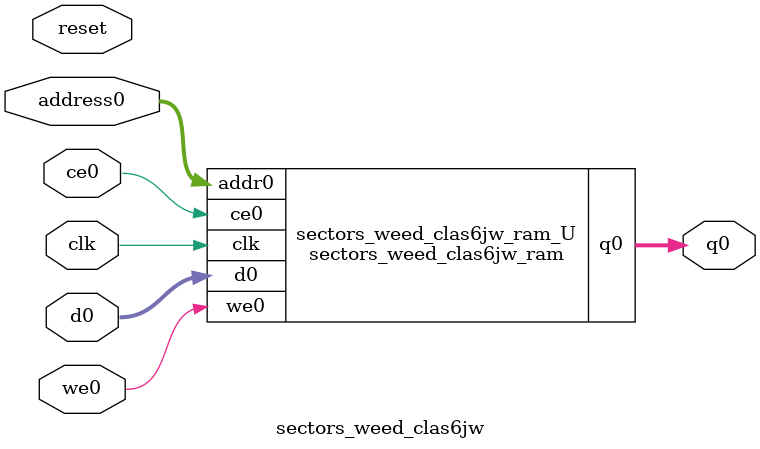
<source format=v>
`timescale 1 ns / 1 ps
module sectors_weed_clas6jw_ram (addr0, ce0, d0, we0, q0,  clk);

parameter DWIDTH = 16;
parameter AWIDTH = 3;
parameter MEM_SIZE = 5;

input[AWIDTH-1:0] addr0;
input ce0;
input[DWIDTH-1:0] d0;
input we0;
output reg[DWIDTH-1:0] q0;
input clk;

(* ram_style = "distributed" *)reg [DWIDTH-1:0] ram[0:MEM_SIZE-1];




always @(posedge clk)  
begin 
    if (ce0) begin
        if (we0) 
            ram[addr0] <= d0; 
        q0 <= ram[addr0];
    end
end


endmodule

`timescale 1 ns / 1 ps
module sectors_weed_clas6jw(
    reset,
    clk,
    address0,
    ce0,
    we0,
    d0,
    q0);

parameter DataWidth = 32'd16;
parameter AddressRange = 32'd5;
parameter AddressWidth = 32'd3;
input reset;
input clk;
input[AddressWidth - 1:0] address0;
input ce0;
input we0;
input[DataWidth - 1:0] d0;
output[DataWidth - 1:0] q0;



sectors_weed_clas6jw_ram sectors_weed_clas6jw_ram_U(
    .clk( clk ),
    .addr0( address0 ),
    .ce0( ce0 ),
    .we0( we0 ),
    .d0( d0 ),
    .q0( q0 ));

endmodule


</source>
